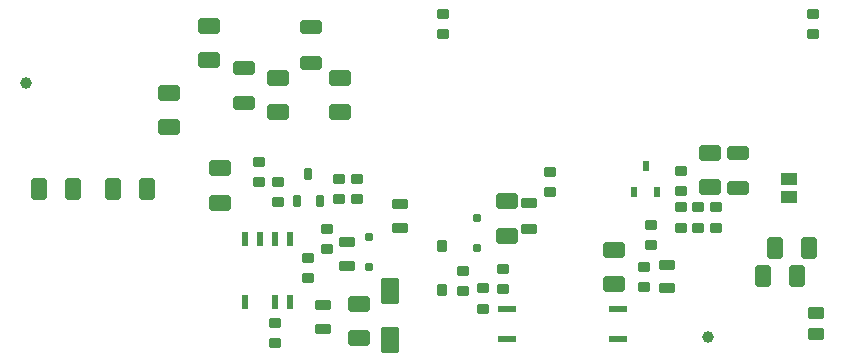
<source format=gbp>
%FSTAX23Y23*%
%MOIN*%
%SFA1B1*%

%IPPOS*%
%AMD69*
4,1,8,0.015300,0.017700,-0.015300,0.017700,-0.019700,0.013300,-0.019700,-0.013300,-0.015300,-0.017700,0.015300,-0.017700,0.019700,-0.013300,0.019700,0.013300,0.015300,0.017700,0.0*
1,1,0.008860,0.015300,0.013300*
1,1,0.008860,-0.015300,0.013300*
1,1,0.008860,-0.015300,-0.013300*
1,1,0.008860,0.015300,-0.013300*
%
%AMD72*
4,1,8,0.029000,0.025600,-0.029000,0.025600,-0.035400,0.019200,-0.035400,-0.019200,-0.029000,-0.025600,0.029000,-0.025600,0.035400,-0.019200,0.035400,0.019200,0.029000,0.025600,0.0*
1,1,0.012800,0.029000,0.019200*
1,1,0.012800,-0.029000,0.019200*
1,1,0.012800,-0.029000,-0.019200*
1,1,0.012800,0.029000,-0.019200*
%
%AMD73*
4,1,8,0.022600,0.019700,-0.022600,0.019700,-0.027600,0.014800,-0.027600,-0.014800,-0.022600,-0.019700,0.022600,-0.019700,0.027600,-0.014800,0.027600,0.014800,0.022600,0.019700,0.0*
1,1,0.009840,0.022600,0.014800*
1,1,0.009840,-0.022600,0.014800*
1,1,0.009840,-0.022600,-0.014800*
1,1,0.009840,0.022600,-0.014800*
%
%AMD74*
4,1,8,-0.025600,0.029000,-0.025600,-0.029000,-0.019200,-0.035400,0.019200,-0.035400,0.025600,-0.029000,0.025600,0.029000,0.019200,0.035400,-0.019200,0.035400,-0.025600,0.029000,0.0*
1,1,0.012800,-0.019200,0.029000*
1,1,0.012800,-0.019200,-0.029000*
1,1,0.012800,0.019200,-0.029000*
1,1,0.012800,0.019200,0.029000*
%
%AMD75*
4,1,8,-0.021600,-0.015700,0.021600,-0.015700,0.025600,-0.011800,0.025600,0.011800,0.021600,0.015700,-0.021600,0.015700,-0.025600,0.011800,-0.025600,-0.011800,-0.021600,-0.015700,0.0*
1,1,0.007880,-0.021600,-0.011800*
1,1,0.007880,0.021600,-0.011800*
1,1,0.007880,0.021600,0.011800*
1,1,0.007880,-0.021600,0.011800*
%
%AMD76*
4,1,8,-0.011800,-0.019700,0.011800,-0.019700,0.015700,-0.015700,0.015700,0.015700,0.011800,0.019700,-0.011800,0.019700,-0.015700,0.015700,-0.015700,-0.015700,-0.011800,-0.019700,0.0*
1,1,0.007880,-0.011800,-0.015700*
1,1,0.007880,0.011800,-0.015700*
1,1,0.007880,0.011800,0.015700*
1,1,0.007880,-0.011800,0.015700*
%
%AMD77*
4,1,8,-0.008900,-0.019700,0.008900,-0.019700,0.011800,-0.016700,0.011800,0.016700,0.008900,0.019700,-0.008900,0.019700,-0.011800,0.016700,-0.011800,-0.016700,-0.008900,-0.019700,0.0*
1,1,0.005900,-0.008900,-0.016700*
1,1,0.005900,0.008900,-0.016700*
1,1,0.005900,0.008900,0.016700*
1,1,0.005900,-0.008900,0.016700*
%
%AMD79*
4,1,8,0.029500,-0.035900,0.029500,0.035900,0.022100,0.043300,-0.022100,0.043300,-0.029500,0.035900,-0.029500,-0.035900,-0.022100,-0.043300,0.022100,-0.043300,0.029500,-0.035900,0.0*
1,1,0.014760,0.022100,-0.035900*
1,1,0.014760,0.022100,0.035900*
1,1,0.014760,-0.022100,0.035900*
1,1,0.014760,-0.022100,-0.035900*
%
%AMD80*
4,1,8,0.029800,0.022600,-0.029800,0.022600,-0.035400,0.017000,-0.035400,-0.017000,-0.029800,-0.022600,0.029800,-0.022600,0.035400,-0.017000,0.035400,0.017000,0.029800,0.022600,0.0*
1,1,0.011320,0.029800,0.017000*
1,1,0.011320,-0.029800,0.017000*
1,1,0.011320,-0.029800,-0.017000*
1,1,0.011320,0.029800,-0.017000*
%
%AMD81*
4,1,8,0.022600,0.015700,-0.022600,0.015700,-0.026600,0.011800,-0.026600,-0.011800,-0.022600,-0.015700,0.022600,-0.015700,0.026600,-0.011800,0.026600,0.011800,0.022600,0.015700,0.0*
1,1,0.007880,0.022600,0.011800*
1,1,0.007880,-0.022600,0.011800*
1,1,0.007880,-0.022600,-0.011800*
1,1,0.007880,0.022600,-0.011800*
%
%AMD82*
4,1,8,0.013800,-0.008900,0.013800,0.008900,0.010800,0.011800,-0.010800,0.011800,-0.013800,0.008900,-0.013800,-0.008900,-0.010800,-0.011800,0.010800,-0.011800,0.013800,-0.008900,0.0*
1,1,0.005900,0.010800,-0.008900*
1,1,0.005900,0.010800,0.008900*
1,1,0.005900,-0.010800,0.008900*
1,1,0.005900,-0.010800,-0.008900*
%
%ADD63C,0.039370*%
G04~CAMADD=69~8~0.0~0.0~393.7~354.3~44.3~0.0~15~0.0~0.0~0.0~0.0~0~0.0~0.0~0.0~0.0~0~0.0~0.0~0.0~0.0~393.7~354.3*
%ADD69D69*%
%ADD70R,0.055120X0.043310*%
%ADD71R,0.023620X0.033470*%
G04~CAMADD=72~8~0.0~0.0~708.7~511.8~64.0~0.0~15~0.0~0.0~0.0~0.0~0~0.0~0.0~0.0~0.0~0~0.0~0.0~0.0~0.0~708.7~511.8*
%ADD72D72*%
G04~CAMADD=73~8~0.0~0.0~551.2~393.7~49.2~0.0~15~0.0~0.0~0.0~0.0~0~0.0~0.0~0.0~0.0~0~0.0~0.0~0.0~0.0~551.2~393.7*
%ADD73D73*%
G04~CAMADD=74~8~0.0~0.0~708.7~511.8~64.0~0.0~15~0.0~0.0~0.0~0.0~0~0.0~0.0~0.0~0.0~0~0.0~0.0~0.0~90.0~512.0~708.0*
%ADD74D74*%
G04~CAMADD=75~8~0.0~0.0~511.8~315.0~39.4~0.0~15~0.0~0.0~0.0~0.0~0~0.0~0.0~0.0~0.0~0~0.0~0.0~0.0~180.0~512.0~315.0*
%ADD75D75*%
G04~CAMADD=76~8~0.0~0.0~315.0~393.7~39.4~0.0~15~0.0~0.0~0.0~0.0~0~0.0~0.0~0.0~0.0~0~0.0~0.0~0.0~180.0~316.0~394.0*
%ADD76D76*%
G04~CAMADD=77~8~0.0~0.0~236.2~393.7~29.5~0.0~15~0.0~0.0~0.0~0.0~0~0.0~0.0~0.0~0.0~0~0.0~0.0~0.0~180.0~236.0~394.0*
%ADD77D77*%
%ADD78R,0.019680X0.047240*%
G04~CAMADD=79~8~0.0~0.0~866.1~590.6~73.8~0.0~15~0.0~0.0~0.0~0.0~0~0.0~0.0~0.0~0.0~0~0.0~0.0~0.0~270.0~591.0~866.0*
%ADD79D79*%
G04~CAMADD=80~8~0.0~0.0~708.7~452.8~56.6~0.0~15~0.0~0.0~0.0~0.0~0~0.0~0.0~0.0~0.0~0~0.0~0.0~0.0~0.0~708.7~452.8*
%ADD80D80*%
G04~CAMADD=81~8~0.0~0.0~531.5~315.0~39.4~0.0~15~0.0~0.0~0.0~0.0~0~0.0~0.0~0.0~0.0~0~0.0~0.0~0.0~0.0~531.5~315.0*
%ADD81D81*%
G04~CAMADD=82~8~0.0~0.0~236.2~275.6~29.5~0.0~15~0.0~0.0~0.0~0.0~0~0.0~0.0~0.0~0.0~0~0.0~0.0~0.0~270.0~276.0~236.0*
%ADD82D82*%
%ADD83R,0.059060X0.023620*%
%LNadapter_pcb-1*%
%LPD*%
G54D63*
X02692Y04456D03*
X04964Y0361D03*
G54D69*
X05314Y04618D03*
Y04685D03*
X04751Y03775D03*
Y03842D03*
X04149Y03828D03*
Y03761D03*
X03523Y03655D03*
Y03588D03*
X04216Y03771D03*
Y03704D03*
X04082Y04687D03*
Y0462D03*
X03633Y03807D03*
Y03874D03*
X03795Y04068D03*
Y04135D03*
X03468Y04194D03*
Y04127D03*
X03531Y04059D03*
Y04125D03*
X04775Y03982D03*
Y03915D03*
X04992Y04041D03*
Y03974D03*
X04874Y04163D03*
Y04096D03*
X04933Y04041D03*
Y03974D03*
X04874Y04041D03*
Y03974D03*
X04283Y03769D03*
Y03836D03*
X0444Y04159D03*
Y04092D03*
X03696Y03902D03*
Y03969D03*
X03736Y04135D03*
Y04068D03*
G54D70*
X05236Y04076D03*
Y04135D03*
G54D71*
X04757Y04178D03*
X0472Y04093D03*
X04795D03*
G54D72*
X04653Y03899D03*
Y03785D03*
X03803Y0372D03*
Y03606D03*
X04295Y04061D03*
Y03946D03*
X03169Y04309D03*
Y04423D03*
X0374Y04474D03*
Y0436D03*
X03531Y04474D03*
Y0436D03*
X04972Y04224D03*
Y0411D03*
X03338Y04171D03*
Y04057D03*
X03303Y04531D03*
Y04645D03*
G54D73*
X05326Y03688D03*
Y03618D03*
G54D74*
X05187Y03905D03*
X05301D03*
X05147Y03814D03*
X05261D03*
X02982Y04102D03*
X03096D03*
X02734D03*
X02848D03*
G54D75*
X03681Y03716D03*
Y03637D03*
X0394Y03974D03*
Y04053D03*
X0483Y0385D03*
Y03771D03*
X03763Y03925D03*
Y03846D03*
G54D76*
X04078Y03911D03*
Y03765D03*
G54D77*
X03633Y04153D03*
X03596Y04062D03*
X03671D03*
G54D78*
X03572Y03935D03*
Y03725D03*
X03522D03*
X03422D03*
X03522Y03935D03*
X03472D03*
X03422D03*
G54D79*
X03905Y03763D03*
Y03598D03*
G54D80*
X03417Y04389D03*
Y04507D03*
X03641Y04523D03*
Y04641D03*
X05066Y04224D03*
Y04106D03*
G54D81*
X0437Y03968D03*
Y04055D03*
G54D82*
X03834Y03844D03*
Y03942D03*
X04196Y03907D03*
Y04005D03*
G54D83*
X04665Y03703D03*
X04295D03*
X04665Y03603D03*
X04295D03*
M02*
</source>
